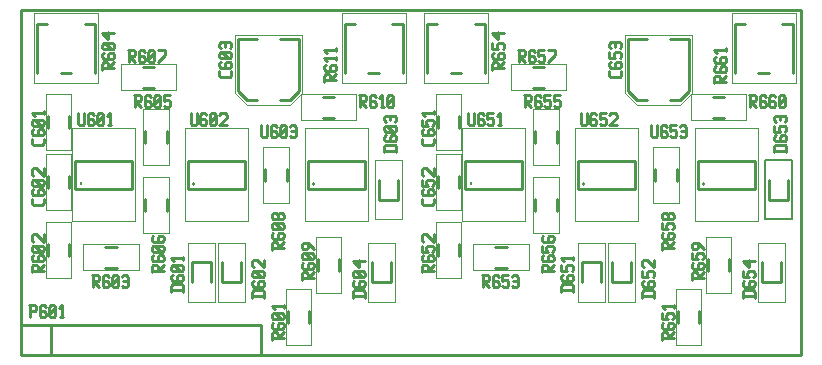
<source format=gto>
G04 start of page 8 for group -4079 idx -4079 *
G04 Title: 26.006.02.01.01, topsilk *
G04 Creator: pcb 4.1.2 *
G04 CreationDate: Fri Aug 10 20:06:24 2018 UTC *
G04 For: bert *
G04 Format: Gerber/RS-274X *
G04 PCB-Dimensions (mil): 2600.00 1150.00 *
G04 PCB-Coordinate-Origin: lower left *
%MOIN*%
%FSLAX25Y25*%
%LNGTO*%
%ADD40C,0.0050*%
%ADD39C,0.0000*%
%ADD38C,0.0100*%
G54D38*X0Y0D02*X260000D01*
Y115000D01*
X0D01*
Y0D01*
G54D39*X94500Y75500D02*Y44500D01*
Y75500D02*X115500D01*
Y44500D01*
X94500D02*X115500D01*
G54D38*X95500Y64724D02*Y55276D01*
Y64724D02*X114500D01*
Y55276D01*
X95500D02*X114500D01*
X97500Y56900D02*G75*G03X97500Y56900I0J100D01*G01*
G54D39*X80707Y69274D02*X89293D01*
X80707Y50726D02*X89293D01*
Y69274D02*Y50726D01*
X80707Y69274D02*Y50726D01*
G54D38*X88543Y61968D02*Y58032D01*
X81457Y61968D02*Y58032D01*
G54D39*X98207Y39274D02*X106793D01*
X98207Y20726D02*X106793D01*
Y39274D02*Y20726D01*
X98207Y39274D02*Y20726D01*
G54D38*X106043Y31968D02*Y28032D01*
X98957Y31968D02*Y28032D01*
G54D39*X138207Y44274D02*X146793D01*
X138207Y25726D02*X146793D01*
Y44274D02*Y25726D01*
X138207Y44274D02*Y25726D01*
G54D38*X146043Y36968D02*Y33032D01*
X138957Y36968D02*Y33032D01*
G54D39*X138207Y86774D02*X146793D01*
X138207Y68226D02*X146793D01*
Y86774D02*Y68226D01*
X138207Y86774D02*Y68226D01*
G54D38*X146043Y79468D02*Y75532D01*
X138957Y79468D02*Y75532D01*
G54D39*X138207Y48226D02*X146793D01*
X138207Y66774D02*X146793D01*
X138207D02*Y48226D01*
X146793Y66774D02*Y48226D01*
G54D38*X138957Y59468D02*Y55532D01*
X146043Y59468D02*Y55532D01*
G54D39*X88207Y21774D02*X96793D01*
X88207Y3226D02*X96793D01*
Y21774D02*Y3226D01*
X88207Y21774D02*Y3226D01*
G54D38*X96043Y14468D02*Y10532D01*
X88957Y14468D02*Y10532D01*
G54D39*X127027Y64842D02*Y45158D01*
X117973Y64842D02*Y45158D01*
Y64842D02*X127027D01*
X117973Y45158D02*X127027D01*
G54D38*X119351Y51654D02*X125649D01*
X119351Y58346D02*Y51654D01*
X125649Y58346D02*Y51654D01*
G54D39*X124527Y37342D02*Y17658D01*
X115473Y37342D02*Y17658D01*
Y37342D02*X124527D01*
X115473Y17658D02*X124527D01*
G54D38*X116851Y24154D02*X123149D01*
X116851Y30846D02*Y24154D01*
X123149Y30846D02*Y24154D01*
G54D39*X128145Y90733D02*X106855D01*
Y113767D02*X128145D01*
Y90733D01*
X106855Y113767D02*Y90733D01*
G54D38*X119300Y93839D02*X115700D01*
X127145Y110374D02*X123700D01*
X107855D02*X111300D01*
X127145D02*Y93839D01*
X107855Y110374D02*Y93839D01*
G54D39*X210707Y69274D02*X219293D01*
X210707Y50726D02*X219293D01*
Y69274D02*Y50726D01*
X210707Y69274D02*Y50726D01*
G54D38*X218543Y61968D02*Y58032D01*
X211457Y61968D02*Y58032D01*
G54D40*X257027Y64842D02*Y45158D01*
X247973Y64842D02*Y45158D01*
Y64842D02*X257027D01*
X247973Y45158D02*X257027D01*
G54D38*X249351Y51654D02*X255649D01*
X249351Y58346D02*Y51654D01*
X255649Y58346D02*Y51654D01*
G54D39*X224500Y75500D02*Y44500D01*
Y75500D02*X245500D01*
Y44500D01*
X224500D02*X245500D01*
G54D38*X225500Y64724D02*Y55276D01*
Y64724D02*X244500D01*
Y55276D01*
X225500D02*X244500D01*
X227500Y56900D02*G75*G03X227500Y56900I0J100D01*G01*
G54D39*X170707Y81774D02*X179293D01*
X170707Y63226D02*X179293D01*
Y81774D02*Y63226D01*
X170707Y81774D02*Y63226D01*
G54D38*X178543Y74468D02*Y70532D01*
X171457Y74468D02*Y70532D01*
G54D39*X181774Y88207D02*Y96793D01*
X163226Y88207D02*Y96793D01*
Y88207D02*X181774D01*
X163226Y96793D02*X181774D01*
G54D38*X170532Y88957D02*X174468D01*
X170532Y96043D02*X174468D01*
G54D39*X155645Y90733D02*X134355D01*
Y113767D02*X155645D01*
Y90733D01*
X134355Y113767D02*Y90733D01*
G54D38*X146800Y93839D02*X143200D01*
X154645Y110374D02*X151200D01*
X135355D02*X138800D01*
X154645D02*Y93839D01*
X135355Y110374D02*Y93839D01*
G54D39*X218207Y21774D02*X226793D01*
X218207Y3226D02*X226793D01*
Y21774D02*Y3226D01*
X218207Y21774D02*Y3226D01*
G54D38*X226043Y14468D02*Y10532D01*
X218957Y14468D02*Y10532D01*
G54D39*X228207Y39274D02*X236793D01*
X228207Y20726D02*X236793D01*
Y39274D02*Y20726D01*
X228207Y39274D02*Y20726D01*
G54D38*X236043Y31968D02*Y28032D01*
X228957Y31968D02*Y28032D01*
G54D39*X254527Y37342D02*Y17658D01*
X245473Y37342D02*Y17658D01*
Y37342D02*X254527D01*
X245473Y17658D02*X254527D01*
G54D38*X246851Y24154D02*X253149D01*
X246851Y30846D02*Y24154D01*
X253149Y30846D02*Y24154D01*
G54D39*X169274Y28207D02*Y36793D01*
X150726Y28207D02*Y36793D01*
Y28207D02*X169274D01*
X150726Y36793D02*X169274D01*
G54D38*X158032Y28957D02*X161968D01*
X158032Y36043D02*X161968D01*
G54D39*X170707Y59274D02*X179293D01*
X170707Y40726D02*X179293D01*
Y59274D02*Y40726D01*
X170707Y59274D02*Y40726D01*
G54D38*X178543Y51968D02*Y48032D01*
X171457Y51968D02*Y48032D01*
G54D39*X204527Y37342D02*Y17658D01*
X195473Y37342D02*Y17658D01*
Y37342D02*X204527D01*
X195473Y17658D02*X204527D01*
G54D38*X196851Y24154D02*X203149D01*
X196851Y30846D02*Y24154D01*
X203149Y30846D02*Y24154D01*
G54D39*X185473Y37342D02*Y17658D01*
X194527Y37342D02*Y17658D01*
X185473D02*X194527D01*
X185473Y37342D02*X194527D01*
G54D38*X186851Y30846D02*X193149D01*
Y24154D01*
X186851Y30846D02*Y24154D01*
G54D39*X184500Y75500D02*Y44500D01*
Y75500D02*X205500D01*
Y44500D01*
X184500D02*X205500D01*
G54D38*X185500Y64724D02*Y55276D01*
Y64724D02*X204500D01*
Y55276D01*
X185500D02*X204500D01*
X187500Y56900D02*G75*G03X187500Y56900I0J100D01*G01*
G54D39*X258145Y90733D02*X236855D01*
Y113767D02*X258145D01*
Y90733D01*
X236855Y113767D02*Y90733D01*
G54D38*X249300Y93839D02*X245700D01*
X257145Y110374D02*X253700D01*
X237855D02*X241300D01*
X257145D02*Y93839D01*
X237855Y110374D02*Y93839D01*
G54D39*X201342Y87342D02*X205342Y83342D01*
X201342Y106658D02*Y87342D01*
X223658D02*X219658Y83342D01*
X223658Y106658D02*Y87342D01*
X205342Y83342D02*X219658D01*
X201342Y106658D02*X223658D01*
G54D38*X216374Y84842D02*X219658D01*
X222658Y87842D02*X219658Y84842D01*
X222658Y105158D02*Y87842D01*
X216374Y105158D02*X222658D01*
X205342Y84842D02*X208626D01*
X202342Y87842D02*X205342Y84842D01*
X202342Y105158D02*Y87842D01*
Y105158D02*X208626D01*
G54D39*X223226Y86793D02*Y78207D01*
X241774Y86793D02*Y78207D01*
X223226Y86793D02*X241774D01*
X223226Y78207D02*X241774D01*
G54D38*X230532Y86043D02*X234468D01*
X230532Y78957D02*X234468D01*
G54D39*X147000Y75500D02*Y44500D01*
Y75500D02*X168000D01*
Y44500D01*
X147000D02*X168000D01*
G54D38*X148000Y64724D02*Y55276D01*
Y64724D02*X167000D01*
Y55276D01*
X148000D02*X167000D01*
X150000Y56900D02*G75*G03X150000Y56900I0J100D01*G01*
G54D39*X54500Y75500D02*Y44500D01*
Y75500D02*X75500D01*
Y44500D01*
X54500D02*X75500D01*
G54D38*X55500Y64724D02*Y55276D01*
Y64724D02*X74500D01*
Y55276D01*
X55500D02*X74500D01*
X57500Y56900D02*G75*G03X57500Y56900I0J100D01*G01*
G54D39*X8207Y48226D02*X16793D01*
X8207Y66774D02*X16793D01*
X8207D02*Y48226D01*
X16793Y66774D02*Y48226D01*
G54D38*X8957Y59468D02*Y55532D01*
X16043Y59468D02*Y55532D01*
G54D39*X17000Y75500D02*Y44500D01*
Y75500D02*X38000D01*
Y44500D01*
X17000D02*X38000D01*
G54D38*X18000Y64724D02*Y55276D01*
Y64724D02*X37000D01*
Y55276D01*
X18000D02*X37000D01*
X20000Y56900D02*G75*G03X20000Y56900I0J100D01*G01*
G54D39*X8207Y86774D02*X16793D01*
X8207Y68226D02*X16793D01*
Y86774D02*Y68226D01*
X8207Y86774D02*Y68226D01*
G54D38*X16043Y79468D02*Y75532D01*
X8957Y79468D02*Y75532D01*
G54D39*X71342Y87342D02*X75342Y83342D01*
X71342Y106658D02*Y87342D01*
X93658D02*X89658Y83342D01*
X93658Y106658D02*Y87342D01*
X75342Y83342D02*X89658D01*
X71342Y106658D02*X93658D01*
G54D38*X86374Y84842D02*X89658D01*
X92658Y87842D02*X89658Y84842D01*
X92658Y105158D02*Y87842D01*
X86374Y105158D02*X92658D01*
X75342Y84842D02*X78626D01*
X72342Y87842D02*X75342Y84842D01*
X72342Y105158D02*Y87842D01*
Y105158D02*X78626D01*
G54D39*X93226Y86793D02*Y78207D01*
X111774Y86793D02*Y78207D01*
X93226Y86793D02*X111774D01*
X93226Y78207D02*X111774D01*
G54D38*X100532Y86043D02*X104468D01*
X100532Y78957D02*X104468D01*
G54D39*X51774Y88207D02*Y96793D01*
X33226Y88207D02*Y96793D01*
Y88207D02*X51774D01*
X33226Y96793D02*X51774D01*
G54D38*X40532Y88957D02*X44468D01*
X40532Y96043D02*X44468D01*
G54D39*X40707Y81774D02*X49293D01*
X40707Y63226D02*X49293D01*
Y81774D02*Y63226D01*
X40707Y81774D02*Y63226D01*
G54D38*X48543Y74468D02*Y70532D01*
X41457Y74468D02*Y70532D01*
G54D39*X25645Y90733D02*X4355D01*
Y113767D02*X25645D01*
Y90733D01*
X4355Y113767D02*Y90733D01*
G54D38*X16800Y93839D02*X13200D01*
X24645Y110374D02*X21200D01*
X5355D02*X8800D01*
X24645D02*Y93839D01*
X5355Y110374D02*Y93839D01*
X0Y10000D02*Y0D01*
X10000Y10000D02*Y0D01*
X0D02*X80000D01*
X0Y10000D02*X80000D01*
Y0D01*
G54D39*X40707Y59274D02*X49293D01*
X40707Y40726D02*X49293D01*
Y59274D02*Y40726D01*
X40707Y59274D02*Y40726D01*
G54D38*X48543Y51968D02*Y48032D01*
X41457Y51968D02*Y48032D01*
G54D39*X39274Y28207D02*Y36793D01*
X20726Y28207D02*Y36793D01*
Y28207D02*X39274D01*
X20726Y36793D02*X39274D01*
G54D38*X28032Y28957D02*X31968D01*
X28032Y36043D02*X31968D01*
G54D39*X8207Y44274D02*X16793D01*
X8207Y25726D02*X16793D01*
Y44274D02*Y25726D01*
X8207Y44274D02*Y25726D01*
G54D38*X16043Y36968D02*Y33032D01*
X8957Y36968D02*Y33032D01*
G54D39*X74527Y37342D02*Y17658D01*
X65473Y37342D02*Y17658D01*
Y37342D02*X74527D01*
X65473Y17658D02*X74527D01*
G54D38*X66851Y24154D02*X73149D01*
X66851Y30846D02*Y24154D01*
X73149Y30846D02*Y24154D01*
G54D39*X55473Y37342D02*Y17658D01*
X64527Y37342D02*Y17658D01*
X55473D02*X64527D01*
X55473Y37342D02*X64527D01*
G54D38*X56851Y30846D02*X63149D01*
Y24154D01*
X56851Y30846D02*Y24154D01*
X80000Y76500D02*Y73000D01*
X80500Y72500D01*
X81500D01*
X82000Y73000D01*
Y76500D02*Y73000D01*
X84700Y76500D02*X85200Y76000D01*
X83700Y76500D02*X84700D01*
X83200Y76000D02*X83700Y76500D01*
X83200Y76000D02*Y73000D01*
X83700Y72500D01*
X84700Y74500D02*X85200Y74000D01*
X83200Y74500D02*X84700D01*
X83700Y72500D02*X84700D01*
X85200Y73000D01*
Y74000D02*Y73000D01*
X86400D02*X86900Y72500D01*
X86400Y76000D02*Y73000D01*
Y76000D02*X86900Y76500D01*
X87900D01*
X88400Y76000D01*
Y73000D01*
X87900Y72500D02*X88400Y73000D01*
X86900Y72500D02*X87900D01*
X86400Y73500D02*X88400Y75500D01*
X89600Y76000D02*X90100Y76500D01*
X91100D01*
X91600Y76000D01*
Y73000D01*
X91100Y72500D02*X91600Y73000D01*
X90100Y72500D02*X91100D01*
X89600Y73000D02*X90100Y72500D01*
Y74500D02*X91600D01*
X83500Y37000D02*Y35000D01*
Y37000D02*X84000Y37500D01*
X85000D01*
X85500Y37000D02*X85000Y37500D01*
X85500Y37000D02*Y35500D01*
X83500D02*X87500D01*
X85500D02*X87500Y37500D01*
X83500Y40200D02*X84000Y40700D01*
X83500Y40200D02*Y39200D01*
X84000Y38700D02*X83500Y39200D01*
X84000Y38700D02*X87000D01*
X87500Y39200D01*
X85500Y40200D02*X86000Y40700D01*
X85500Y40200D02*Y38700D01*
X87500Y40200D02*Y39200D01*
Y40200D02*X87000Y40700D01*
X86000D02*X87000D01*
Y41900D02*X87500Y42400D01*
X84000Y41900D02*X87000D01*
X84000D02*X83500Y42400D01*
Y43400D02*Y42400D01*
Y43400D02*X84000Y43900D01*
X87000D01*
X87500Y43400D02*X87000Y43900D01*
X87500Y43400D02*Y42400D01*
X86500Y41900D02*X84500Y43900D01*
X87000Y45100D02*X87500Y45600D01*
X86000Y45100D02*X87000D01*
X86000D02*X85500Y45600D01*
Y46600D02*Y45600D01*
Y46600D02*X86000Y47100D01*
X87000D01*
X87500Y46600D02*X87000Y47100D01*
X87500Y46600D02*Y45600D01*
X85000Y45100D02*X85500Y45600D01*
X84000Y45100D02*X85000D01*
X84000D02*X83500Y45600D01*
Y46600D02*Y45600D01*
Y46600D02*X84000Y47100D01*
X85000D01*
X85500Y46600D02*X85000Y47100D01*
X93500Y27000D02*Y25000D01*
Y27000D02*X94000Y27500D01*
X95000D01*
X95500Y27000D02*X95000Y27500D01*
X95500Y27000D02*Y25500D01*
X93500D02*X97500D01*
X95500D02*X97500Y27500D01*
X93500Y30200D02*X94000Y30700D01*
X93500Y30200D02*Y29200D01*
X94000Y28700D02*X93500Y29200D01*
X94000Y28700D02*X97000D01*
X97500Y29200D01*
X95500Y30200D02*X96000Y30700D01*
X95500Y30200D02*Y28700D01*
X97500Y30200D02*Y29200D01*
Y30200D02*X97000Y30700D01*
X96000D02*X97000D01*
Y31900D02*X97500Y32400D01*
X94000Y31900D02*X97000D01*
X94000D02*X93500Y32400D01*
Y33400D02*Y32400D01*
Y33400D02*X94000Y33900D01*
X97000D01*
X97500Y33400D02*X97000Y33900D01*
X97500Y33400D02*Y32400D01*
X96500Y31900D02*X94500Y33900D01*
X97500Y35100D02*X95500Y37100D01*
X94000D02*X95500D01*
X93500Y36600D02*X94000Y37100D01*
X93500Y36600D02*Y35600D01*
X94000Y35100D02*X93500Y35600D01*
X94000Y35100D02*X95000D01*
X95500Y35600D01*
Y37100D02*Y35600D01*
X101000Y93000D02*Y91000D01*
Y93000D02*X101500Y93500D01*
X102500D01*
X103000Y93000D02*X102500Y93500D01*
X103000Y93000D02*Y91500D01*
X101000D02*X105000D01*
X103000D02*X105000Y93500D01*
X101000Y96200D02*X101500Y96700D01*
X101000Y96200D02*Y95200D01*
X101500Y94700D02*X101000Y95200D01*
X101500Y94700D02*X104500D01*
X105000Y95200D01*
X103000Y96200D02*X103500Y96700D01*
X103000Y96200D02*Y94700D01*
X105000Y96200D02*Y95200D01*
Y96200D02*X104500Y96700D01*
X103500D02*X104500D01*
X105000Y99400D02*Y98400D01*
X101000Y98900D02*X105000D01*
X102000Y97900D02*X101000Y98900D01*
X105000Y102100D02*Y101100D01*
X101000Y101600D02*X105000D01*
X102000Y100600D02*X101000Y101600D01*
X133500Y29500D02*Y27500D01*
Y29500D02*X134000Y30000D01*
X135000D01*
X135500Y29500D02*X135000Y30000D01*
X135500Y29500D02*Y28000D01*
X133500D02*X137500D01*
X135500D02*X137500Y30000D01*
X133500Y32700D02*X134000Y33200D01*
X133500Y32700D02*Y31700D01*
X134000Y31200D02*X133500Y31700D01*
X134000Y31200D02*X137000D01*
X137500Y31700D01*
X135500Y32700D02*X136000Y33200D01*
X135500Y32700D02*Y31200D01*
X137500Y32700D02*Y31700D01*
Y32700D02*X137000Y33200D01*
X136000D02*X137000D01*
X133500Y36400D02*Y34400D01*
X135500D01*
X135000Y34900D01*
Y35900D02*Y34900D01*
Y35900D02*X135500Y36400D01*
X137000D01*
X137500Y35900D02*X137000Y36400D01*
X137500Y35900D02*Y34900D01*
X137000Y34400D02*X137500Y34900D01*
X134000Y37600D02*X133500Y38100D01*
Y39600D02*Y38100D01*
Y39600D02*X134000Y40100D01*
X135000D01*
X137500Y37600D02*X135000Y40100D01*
X137500D02*Y37600D01*
Y72000D02*Y70500D01*
X137000Y70000D02*X137500Y70500D01*
X134000Y70000D02*X137000D01*
X134000D02*X133500Y70500D01*
Y72000D02*Y70500D01*
Y74700D02*X134000Y75200D01*
X133500Y74700D02*Y73700D01*
X134000Y73200D02*X133500Y73700D01*
X134000Y73200D02*X137000D01*
X137500Y73700D01*
X135500Y74700D02*X136000Y75200D01*
X135500Y74700D02*Y73200D01*
X137500Y74700D02*Y73700D01*
Y74700D02*X137000Y75200D01*
X136000D02*X137000D01*
X133500Y78400D02*Y76400D01*
X135500D01*
X135000Y76900D01*
Y77900D02*Y76900D01*
Y77900D02*X135500Y78400D01*
X137000D01*
X137500Y77900D02*X137000Y78400D01*
X137500Y77900D02*Y76900D01*
X137000Y76400D02*X137500Y76900D01*
Y81100D02*Y80100D01*
X133500Y80600D02*X137500D01*
X134500Y79600D02*X133500Y80600D01*
X137500Y52000D02*Y50500D01*
X137000Y50000D02*X137500Y50500D01*
X134000Y50000D02*X137000D01*
X134000D02*X133500Y50500D01*
Y52000D02*Y50500D01*
Y54700D02*X134000Y55200D01*
X133500Y54700D02*Y53700D01*
X134000Y53200D02*X133500Y53700D01*
X134000Y53200D02*X137000D01*
X137500Y53700D01*
X135500Y54700D02*X136000Y55200D01*
X135500Y54700D02*Y53200D01*
X137500Y54700D02*Y53700D01*
Y54700D02*X137000Y55200D01*
X136000D02*X137000D01*
X133500Y58400D02*Y56400D01*
X135500D01*
X135000Y56900D01*
Y57900D02*Y56900D01*
Y57900D02*X135500Y58400D01*
X137000D01*
X137500Y57900D02*X137000Y58400D01*
X137500Y57900D02*Y56900D01*
X137000Y56400D02*X137500Y56900D01*
X134000Y59600D02*X133500Y60100D01*
Y61600D02*Y60100D01*
Y61600D02*X134000Y62100D01*
X135000D01*
X137500Y59600D02*X135000Y62100D01*
X137500D02*Y59600D01*
X112500Y86500D02*X114500D01*
X115000Y86000D01*
Y85000D01*
X114500Y84500D02*X115000Y85000D01*
X113000Y84500D02*X114500D01*
X113000Y86500D02*Y82500D01*
Y84500D02*X115000Y82500D01*
X117700Y86500D02*X118200Y86000D01*
X116700Y86500D02*X117700D01*
X116200Y86000D02*X116700Y86500D01*
X116200Y86000D02*Y83000D01*
X116700Y82500D01*
X117700Y84500D02*X118200Y84000D01*
X116200Y84500D02*X117700D01*
X116700Y82500D02*X117700D01*
X118200Y83000D01*
Y84000D02*Y83000D01*
X119900Y82500D02*X120900D01*
X120400Y86500D02*Y82500D01*
X119400Y85500D02*X120400Y86500D01*
X122100Y83000D02*X122600Y82500D01*
X122100Y86000D02*Y83000D01*
Y86000D02*X122600Y86500D01*
X123600D01*
X124100Y86000D01*
Y83000D01*
X123600Y82500D02*X124100Y83000D01*
X122600Y82500D02*X123600D01*
X122100Y83500D02*X124100Y85500D01*
X121000Y68000D02*X125000D01*
X121000Y69500D02*X121500Y70000D01*
X124500D01*
X125000Y69500D02*X124500Y70000D01*
X125000Y69500D02*Y67500D01*
X121000Y69500D02*Y67500D01*
Y72700D02*X121500Y73200D01*
X121000Y72700D02*Y71700D01*
X121500Y71200D02*X121000Y71700D01*
X121500Y71200D02*X124500D01*
X125000Y71700D01*
X123000Y72700D02*X123500Y73200D01*
X123000Y72700D02*Y71200D01*
X125000Y72700D02*Y71700D01*
Y72700D02*X124500Y73200D01*
X123500D02*X124500D01*
Y74400D02*X125000Y74900D01*
X121500Y74400D02*X124500D01*
X121500D02*X121000Y74900D01*
Y75900D02*Y74900D01*
Y75900D02*X121500Y76400D01*
X124500D01*
X125000Y75900D02*X124500Y76400D01*
X125000Y75900D02*Y74900D01*
X124000Y74400D02*X122000Y76400D01*
X121500Y77600D02*X121000Y78100D01*
Y79100D02*Y78100D01*
Y79100D02*X121500Y79600D01*
X124500D01*
X125000Y79100D02*X124500Y79600D01*
X125000Y79100D02*Y78100D01*
X124500Y77600D02*X125000Y78100D01*
X123000Y79600D02*Y78100D01*
X83500Y7000D02*Y5000D01*
Y7000D02*X84000Y7500D01*
X85000D01*
X85500Y7000D02*X85000Y7500D01*
X85500Y7000D02*Y5500D01*
X83500D02*X87500D01*
X85500D02*X87500Y7500D01*
X83500Y10200D02*X84000Y10700D01*
X83500Y10200D02*Y9200D01*
X84000Y8700D02*X83500Y9200D01*
X84000Y8700D02*X87000D01*
X87500Y9200D01*
X85500Y10200D02*X86000Y10700D01*
X85500Y10200D02*Y8700D01*
X87500Y10200D02*Y9200D01*
Y10200D02*X87000Y10700D01*
X86000D02*X87000D01*
Y11900D02*X87500Y12400D01*
X84000Y11900D02*X87000D01*
X84000D02*X83500Y12400D01*
Y13400D02*Y12400D01*
Y13400D02*X84000Y13900D01*
X87000D01*
X87500Y13400D02*X87000Y13900D01*
X87500Y13400D02*Y12400D01*
X86500Y11900D02*X84500Y13900D01*
X87500Y16600D02*Y15600D01*
X83500Y16100D02*X87500D01*
X84500Y15100D02*X83500Y16100D01*
X110500Y19500D02*X114500D01*
X110500Y21000D02*X111000Y21500D01*
X114000D01*
X114500Y21000D02*X114000Y21500D01*
X114500Y21000D02*Y19000D01*
X110500Y21000D02*Y19000D01*
Y24200D02*X111000Y24700D01*
X110500Y24200D02*Y23200D01*
X111000Y22700D02*X110500Y23200D01*
X111000Y22700D02*X114000D01*
X114500Y23200D01*
X112500Y24200D02*X113000Y24700D01*
X112500Y24200D02*Y22700D01*
X114500Y24200D02*Y23200D01*
Y24200D02*X114000Y24700D01*
X113000D02*X114000D01*
Y25900D02*X114500Y26400D01*
X111000Y25900D02*X114000D01*
X111000D02*X110500Y26400D01*
Y27400D02*Y26400D01*
Y27400D02*X111000Y27900D01*
X114000D01*
X114500Y27400D02*X114000Y27900D01*
X114500Y27400D02*Y26400D01*
X113500Y25900D02*X111500Y27900D01*
X112500Y29100D02*X110500Y31100D01*
X112500Y31600D02*Y29100D01*
X110500Y31100D02*X114500D01*
X77000Y19500D02*X81000D01*
X77000Y21000D02*X77500Y21500D01*
X80500D01*
X81000Y21000D02*X80500Y21500D01*
X81000Y21000D02*Y19000D01*
X77000Y21000D02*Y19000D01*
Y24200D02*X77500Y24700D01*
X77000Y24200D02*Y23200D01*
X77500Y22700D02*X77000Y23200D01*
X77500Y22700D02*X80500D01*
X81000Y23200D01*
X79000Y24200D02*X79500Y24700D01*
X79000Y24200D02*Y22700D01*
X81000Y24200D02*Y23200D01*
Y24200D02*X80500Y24700D01*
X79500D02*X80500D01*
Y25900D02*X81000Y26400D01*
X77500Y25900D02*X80500D01*
X77500D02*X77000Y26400D01*
Y27400D02*Y26400D01*
Y27400D02*X77500Y27900D01*
X80500D01*
X81000Y27400D02*X80500Y27900D01*
X81000Y27400D02*Y26400D01*
X80000Y25900D02*X78000Y27900D01*
X77500Y29100D02*X77000Y29600D01*
Y31100D02*Y29600D01*
Y31100D02*X77500Y31600D01*
X78500D01*
X81000Y29100D02*X78500Y31600D01*
X81000D02*Y29100D01*
X213500Y37000D02*Y35000D01*
Y37000D02*X214000Y37500D01*
X215000D01*
X215500Y37000D02*X215000Y37500D01*
X215500Y37000D02*Y35500D01*
X213500D02*X217500D01*
X215500D02*X217500Y37500D01*
X213500Y40200D02*X214000Y40700D01*
X213500Y40200D02*Y39200D01*
X214000Y38700D02*X213500Y39200D01*
X214000Y38700D02*X217000D01*
X217500Y39200D01*
X215500Y40200D02*X216000Y40700D01*
X215500Y40200D02*Y38700D01*
X217500Y40200D02*Y39200D01*
Y40200D02*X217000Y40700D01*
X216000D02*X217000D01*
X213500Y43900D02*Y41900D01*
X215500D01*
X215000Y42400D01*
Y43400D02*Y42400D01*
Y43400D02*X215500Y43900D01*
X217000D01*
X217500Y43400D02*X217000Y43900D01*
X217500Y43400D02*Y42400D01*
X217000Y41900D02*X217500Y42400D01*
X217000Y45100D02*X217500Y45600D01*
X216000Y45100D02*X217000D01*
X216000D02*X215500Y45600D01*
Y46600D02*Y45600D01*
Y46600D02*X216000Y47100D01*
X217000D01*
X217500Y46600D02*X217000Y47100D01*
X217500Y46600D02*Y45600D01*
X215000Y45100D02*X215500Y45600D01*
X214000Y45100D02*X215000D01*
X214000D02*X213500Y45600D01*
Y46600D02*Y45600D01*
Y46600D02*X214000Y47100D01*
X215000D01*
X215500Y46600D02*X215000Y47100D01*
X223500Y27000D02*Y25000D01*
Y27000D02*X224000Y27500D01*
X225000D01*
X225500Y27000D02*X225000Y27500D01*
X225500Y27000D02*Y25500D01*
X223500D02*X227500D01*
X225500D02*X227500Y27500D01*
X223500Y30200D02*X224000Y30700D01*
X223500Y30200D02*Y29200D01*
X224000Y28700D02*X223500Y29200D01*
X224000Y28700D02*X227000D01*
X227500Y29200D01*
X225500Y30200D02*X226000Y30700D01*
X225500Y30200D02*Y28700D01*
X227500Y30200D02*Y29200D01*
Y30200D02*X227000Y30700D01*
X226000D02*X227000D01*
X223500Y33900D02*Y31900D01*
X225500D01*
X225000Y32400D01*
Y33400D02*Y32400D01*
Y33400D02*X225500Y33900D01*
X227000D01*
X227500Y33400D02*X227000Y33900D01*
X227500Y33400D02*Y32400D01*
X227000Y31900D02*X227500Y32400D01*
Y35100D02*X225500Y37100D01*
X224000D02*X225500D01*
X223500Y36600D02*X224000Y37100D01*
X223500Y36600D02*Y35600D01*
X224000Y35100D02*X223500Y35600D01*
X224000Y35100D02*X225000D01*
X225500Y35600D01*
Y37100D02*Y35600D01*
X240500Y19500D02*X244500D01*
X240500Y21000D02*X241000Y21500D01*
X244000D01*
X244500Y21000D02*X244000Y21500D01*
X244500Y21000D02*Y19000D01*
X240500Y21000D02*Y19000D01*
Y24200D02*X241000Y24700D01*
X240500Y24200D02*Y23200D01*
X241000Y22700D02*X240500Y23200D01*
X241000Y22700D02*X244000D01*
X244500Y23200D01*
X242500Y24200D02*X243000Y24700D01*
X242500Y24200D02*Y22700D01*
X244500Y24200D02*Y23200D01*
Y24200D02*X244000Y24700D01*
X243000D02*X244000D01*
X240500Y27900D02*Y25900D01*
X242500D01*
X242000Y26400D01*
Y27400D02*Y26400D01*
Y27400D02*X242500Y27900D01*
X244000D01*
X244500Y27400D02*X244000Y27900D01*
X244500Y27400D02*Y26400D01*
X244000Y25900D02*X244500Y26400D01*
X242500Y29100D02*X240500Y31100D01*
X242500Y31600D02*Y29100D01*
X240500Y31100D02*X244500D01*
X213500Y7000D02*Y5000D01*
Y7000D02*X214000Y7500D01*
X215000D01*
X215500Y7000D02*X215000Y7500D01*
X215500Y7000D02*Y5500D01*
X213500D02*X217500D01*
X215500D02*X217500Y7500D01*
X213500Y10200D02*X214000Y10700D01*
X213500Y10200D02*Y9200D01*
X214000Y8700D02*X213500Y9200D01*
X214000Y8700D02*X217000D01*
X217500Y9200D01*
X215500Y10200D02*X216000Y10700D01*
X215500Y10200D02*Y8700D01*
X217500Y10200D02*Y9200D01*
Y10200D02*X217000Y10700D01*
X216000D02*X217000D01*
X213500Y13900D02*Y11900D01*
X215500D01*
X215000Y12400D01*
Y13400D02*Y12400D01*
Y13400D02*X215500Y13900D01*
X217000D01*
X217500Y13400D02*X217000Y13900D01*
X217500Y13400D02*Y12400D01*
X217000Y11900D02*X217500Y12400D01*
Y16600D02*Y15600D01*
X213500Y16100D02*X217500D01*
X214500Y15100D02*X213500Y16100D01*
X207000Y19500D02*X211000D01*
X207000Y21000D02*X207500Y21500D01*
X210500D01*
X211000Y21000D02*X210500Y21500D01*
X211000Y21000D02*Y19000D01*
X207000Y21000D02*Y19000D01*
Y24200D02*X207500Y24700D01*
X207000Y24200D02*Y23200D01*
X207500Y22700D02*X207000Y23200D01*
X207500Y22700D02*X210500D01*
X211000Y23200D01*
X209000Y24200D02*X209500Y24700D01*
X209000Y24200D02*Y22700D01*
X211000Y24200D02*Y23200D01*
Y24200D02*X210500Y24700D01*
X209500D02*X210500D01*
X207000Y27900D02*Y25900D01*
X209000D01*
X208500Y26400D01*
Y27400D02*Y26400D01*
Y27400D02*X209000Y27900D01*
X210500D01*
X211000Y27400D02*X210500Y27900D01*
X211000Y27400D02*Y26400D01*
X210500Y25900D02*X211000Y26400D01*
X207500Y29100D02*X207000Y29600D01*
Y31100D02*Y29600D01*
Y31100D02*X207500Y31600D01*
X208500D01*
X211000Y29100D02*X208500Y31600D01*
X211000D02*Y29100D01*
X251000Y68000D02*X255000D01*
X251000Y69500D02*X251500Y70000D01*
X254500D01*
X255000Y69500D02*X254500Y70000D01*
X255000Y69500D02*Y67500D01*
X251000Y69500D02*Y67500D01*
Y72700D02*X251500Y73200D01*
X251000Y72700D02*Y71700D01*
X251500Y71200D02*X251000Y71700D01*
X251500Y71200D02*X254500D01*
X255000Y71700D01*
X253000Y72700D02*X253500Y73200D01*
X253000Y72700D02*Y71200D01*
X255000Y72700D02*Y71700D01*
Y72700D02*X254500Y73200D01*
X253500D02*X254500D01*
X251000Y76400D02*Y74400D01*
X253000D01*
X252500Y74900D01*
Y75900D02*Y74900D01*
Y75900D02*X253000Y76400D01*
X254500D01*
X255000Y75900D02*X254500Y76400D01*
X255000Y75900D02*Y74900D01*
X254500Y74400D02*X255000Y74900D01*
X251500Y77600D02*X251000Y78100D01*
Y79100D02*Y78100D01*
Y79100D02*X251500Y79600D01*
X254500D01*
X255000Y79100D02*X254500Y79600D01*
X255000Y79100D02*Y78100D01*
X254500Y77600D02*X255000Y78100D01*
X253000Y79600D02*Y78100D01*
X231000Y92500D02*Y90500D01*
Y92500D02*X231500Y93000D01*
X232500D01*
X233000Y92500D02*X232500Y93000D01*
X233000Y92500D02*Y91000D01*
X231000D02*X235000D01*
X233000D02*X235000Y93000D01*
X231000Y95700D02*X231500Y96200D01*
X231000Y95700D02*Y94700D01*
X231500Y94200D02*X231000Y94700D01*
X231500Y94200D02*X234500D01*
X235000Y94700D01*
X233000Y95700D02*X233500Y96200D01*
X233000Y95700D02*Y94200D01*
X235000Y95700D02*Y94700D01*
Y95700D02*X234500Y96200D01*
X233500D02*X234500D01*
X231000Y98900D02*X231500Y99400D01*
X231000Y98900D02*Y97900D01*
X231500Y97400D02*X231000Y97900D01*
X231500Y97400D02*X234500D01*
X235000Y97900D01*
X233000Y98900D02*X233500Y99400D01*
X233000Y98900D02*Y97400D01*
X235000Y98900D02*Y97900D01*
Y98900D02*X234500Y99400D01*
X233500D02*X234500D01*
X235000Y102100D02*Y101100D01*
X231000Y101600D02*X235000D01*
X232000Y100600D02*X231000Y101600D01*
X242500Y86500D02*X244500D01*
X245000Y86000D01*
Y85000D01*
X244500Y84500D02*X245000Y85000D01*
X243000Y84500D02*X244500D01*
X243000Y86500D02*Y82500D01*
Y84500D02*X245000Y82500D01*
X247700Y86500D02*X248200Y86000D01*
X246700Y86500D02*X247700D01*
X246200Y86000D02*X246700Y86500D01*
X246200Y86000D02*Y83000D01*
X246700Y82500D01*
X247700Y84500D02*X248200Y84000D01*
X246200Y84500D02*X247700D01*
X246700Y82500D02*X247700D01*
X248200Y83000D01*
Y84000D02*Y83000D01*
X250900Y86500D02*X251400Y86000D01*
X249900Y86500D02*X250900D01*
X249400Y86000D02*X249900Y86500D01*
X249400Y86000D02*Y83000D01*
X249900Y82500D01*
X250900Y84500D02*X251400Y84000D01*
X249400Y84500D02*X250900D01*
X249900Y82500D02*X250900D01*
X251400Y83000D01*
Y84000D02*Y83000D01*
X252600D02*X253100Y82500D01*
X252600Y86000D02*Y83000D01*
Y86000D02*X253100Y86500D01*
X254100D01*
X254600Y86000D01*
Y83000D01*
X254100Y82500D02*X254600Y83000D01*
X253100Y82500D02*X254100D01*
X252600Y83500D02*X254600Y85500D01*
X210000Y76500D02*Y73000D01*
X210500Y72500D01*
X211500D01*
X212000Y73000D01*
Y76500D02*Y73000D01*
X214700Y76500D02*X215200Y76000D01*
X213700Y76500D02*X214700D01*
X213200Y76000D02*X213700Y76500D01*
X213200Y76000D02*Y73000D01*
X213700Y72500D01*
X214700Y74500D02*X215200Y74000D01*
X213200Y74500D02*X214700D01*
X213700Y72500D02*X214700D01*
X215200Y73000D01*
Y74000D02*Y73000D01*
X216400Y76500D02*X218400D01*
X216400D02*Y74500D01*
X216900Y75000D01*
X217900D01*
X218400Y74500D01*
Y73000D01*
X217900Y72500D02*X218400Y73000D01*
X216900Y72500D02*X217900D01*
X216400Y73000D02*X216900Y72500D01*
X219600Y76000D02*X220100Y76500D01*
X221100D01*
X221600Y76000D01*
Y73000D01*
X221100Y72500D02*X221600Y73000D01*
X220100Y72500D02*X221100D01*
X219600Y73000D02*X220100Y72500D01*
Y74500D02*X221600D01*
X167500Y86500D02*X169500D01*
X170000Y86000D01*
Y85000D01*
X169500Y84500D02*X170000Y85000D01*
X168000Y84500D02*X169500D01*
X168000Y86500D02*Y82500D01*
Y84500D02*X170000Y82500D01*
X172700Y86500D02*X173200Y86000D01*
X171700Y86500D02*X172700D01*
X171200Y86000D02*X171700Y86500D01*
X171200Y86000D02*Y83000D01*
X171700Y82500D01*
X172700Y84500D02*X173200Y84000D01*
X171200Y84500D02*X172700D01*
X171700Y82500D02*X172700D01*
X173200Y83000D01*
Y84000D02*Y83000D01*
X174400Y86500D02*X176400D01*
X174400D02*Y84500D01*
X174900Y85000D01*
X175900D01*
X176400Y84500D01*
Y83000D01*
X175900Y82500D02*X176400Y83000D01*
X174900Y82500D02*X175900D01*
X174400Y83000D02*X174900Y82500D01*
X177600Y86500D02*X179600D01*
X177600D02*Y84500D01*
X178100Y85000D01*
X179100D01*
X179600Y84500D01*
Y83000D01*
X179100Y82500D02*X179600Y83000D01*
X178100Y82500D02*X179100D01*
X177600Y83000D02*X178100Y82500D01*
X149000Y80500D02*Y77000D01*
X149500Y76500D01*
X150500D01*
X151000Y77000D01*
Y80500D02*Y77000D01*
X153700Y80500D02*X154200Y80000D01*
X152700Y80500D02*X153700D01*
X152200Y80000D02*X152700Y80500D01*
X152200Y80000D02*Y77000D01*
X152700Y76500D01*
X153700Y78500D02*X154200Y78000D01*
X152200Y78500D02*X153700D01*
X152700Y76500D02*X153700D01*
X154200Y77000D01*
Y78000D02*Y77000D01*
X155400Y80500D02*X157400D01*
X155400D02*Y78500D01*
X155900Y79000D01*
X156900D01*
X157400Y78500D01*
Y77000D01*
X156900Y76500D02*X157400Y77000D01*
X155900Y76500D02*X156900D01*
X155400Y77000D02*X155900Y76500D01*
X159100D02*X160100D01*
X159600Y80500D02*Y76500D01*
X158600Y79500D02*X159600Y80500D01*
X157000Y97000D02*Y95000D01*
Y97000D02*X157500Y97500D01*
X158500D01*
X159000Y97000D02*X158500Y97500D01*
X159000Y97000D02*Y95500D01*
X157000D02*X161000D01*
X159000D02*X161000Y97500D01*
X157000Y100200D02*X157500Y100700D01*
X157000Y100200D02*Y99200D01*
X157500Y98700D02*X157000Y99200D01*
X157500Y98700D02*X160500D01*
X161000Y99200D01*
X159000Y100200D02*X159500Y100700D01*
X159000Y100200D02*Y98700D01*
X161000Y100200D02*Y99200D01*
Y100200D02*X160500Y100700D01*
X159500D02*X160500D01*
X157000Y103900D02*Y101900D01*
X159000D01*
X158500Y102400D01*
Y103400D02*Y102400D01*
Y103400D02*X159000Y103900D01*
X160500D01*
X161000Y103400D02*X160500Y103900D01*
X161000Y103400D02*Y102400D01*
X160500Y101900D02*X161000Y102400D01*
X159000Y105100D02*X157000Y107100D01*
X159000Y107600D02*Y105100D01*
X157000Y107100D02*X161000D01*
X153500Y26500D02*X155500D01*
X156000Y26000D01*
Y25000D01*
X155500Y24500D02*X156000Y25000D01*
X154000Y24500D02*X155500D01*
X154000Y26500D02*Y22500D01*
Y24500D02*X156000Y22500D01*
X158700Y26500D02*X159200Y26000D01*
X157700Y26500D02*X158700D01*
X157200Y26000D02*X157700Y26500D01*
X157200Y26000D02*Y23000D01*
X157700Y22500D01*
X158700Y24500D02*X159200Y24000D01*
X157200Y24500D02*X158700D01*
X157700Y22500D02*X158700D01*
X159200Y23000D01*
Y24000D02*Y23000D01*
X160400Y26500D02*X162400D01*
X160400D02*Y24500D01*
X160900Y25000D01*
X161900D01*
X162400Y24500D01*
Y23000D01*
X161900Y22500D02*X162400Y23000D01*
X160900Y22500D02*X161900D01*
X160400Y23000D02*X160900Y22500D01*
X163600Y26000D02*X164100Y26500D01*
X165100D01*
X165600Y26000D01*
Y23000D01*
X165100Y22500D02*X165600Y23000D01*
X164100Y22500D02*X165100D01*
X163600Y23000D02*X164100Y22500D01*
Y24500D02*X165600D01*
X179995Y21516D02*X183995D01*
X179995Y23016D02*X180495Y23516D01*
X183495D01*
X183995Y23016D02*X183495Y23516D01*
X183995Y23016D02*Y21016D01*
X179995Y23016D02*Y21016D01*
Y26216D02*X180495Y26716D01*
X179995Y26216D02*Y25216D01*
X180495Y24716D02*X179995Y25216D01*
X180495Y24716D02*X183495D01*
X183995Y25216D01*
X181995Y26216D02*X182495Y26716D01*
X181995Y26216D02*Y24716D01*
X183995Y26216D02*Y25216D01*
Y26216D02*X183495Y26716D01*
X182495D02*X183495D01*
X179995Y29916D02*Y27916D01*
X181995D01*
X181495Y28416D01*
Y29416D02*Y28416D01*
Y29416D02*X181995Y29916D01*
X183495D01*
X183995Y29416D02*X183495Y29916D01*
X183995Y29416D02*Y28416D01*
X183495Y27916D02*X183995Y28416D01*
Y32616D02*Y31616D01*
X179995Y32116D02*X183995D01*
X180995Y31116D02*X179995Y32116D01*
X173500Y29500D02*Y27500D01*
Y29500D02*X174000Y30000D01*
X175000D01*
X175500Y29500D02*X175000Y30000D01*
X175500Y29500D02*Y28000D01*
X173500D02*X177500D01*
X175500D02*X177500Y30000D01*
X173500Y32700D02*X174000Y33200D01*
X173500Y32700D02*Y31700D01*
X174000Y31200D02*X173500Y31700D01*
X174000Y31200D02*X177000D01*
X177500Y31700D01*
X175500Y32700D02*X176000Y33200D01*
X175500Y32700D02*Y31200D01*
X177500Y32700D02*Y31700D01*
Y32700D02*X177000Y33200D01*
X176000D02*X177000D01*
X173500Y36400D02*Y34400D01*
X175500D01*
X175000Y34900D01*
Y35900D02*Y34900D01*
Y35900D02*X175500Y36400D01*
X177000D01*
X177500Y35900D02*X177000Y36400D01*
X177500Y35900D02*Y34900D01*
X177000Y34400D02*X177500Y34900D01*
X173500Y39100D02*X174000Y39600D01*
X173500Y39100D02*Y38100D01*
X174000Y37600D02*X173500Y38100D01*
X174000Y37600D02*X177000D01*
X177500Y38100D01*
X175500Y39100D02*X176000Y39600D01*
X175500Y39100D02*Y37600D01*
X177500Y39100D02*Y38100D01*
Y39100D02*X177000Y39600D01*
X176000D02*X177000D01*
X165500Y101500D02*X167500D01*
X168000Y101000D01*
Y100000D01*
X167500Y99500D02*X168000Y100000D01*
X166000Y99500D02*X167500D01*
X166000Y101500D02*Y97500D01*
Y99500D02*X168000Y97500D01*
X170700Y101500D02*X171200Y101000D01*
X169700Y101500D02*X170700D01*
X169200Y101000D02*X169700Y101500D01*
X169200Y101000D02*Y98000D01*
X169700Y97500D01*
X170700Y99500D02*X171200Y99000D01*
X169200Y99500D02*X170700D01*
X169700Y97500D02*X170700D01*
X171200Y98000D01*
Y99000D02*Y98000D01*
X172400Y101500D02*X174400D01*
X172400D02*Y99500D01*
X172900Y100000D01*
X173900D01*
X174400Y99500D01*
Y98000D01*
X173900Y97500D02*X174400Y98000D01*
X172900Y97500D02*X173900D01*
X172400Y98000D02*X172900Y97500D01*
X175600D02*X178100Y100000D01*
Y101500D02*Y100000D01*
X175600Y101500D02*X178100D01*
X200000Y94500D02*Y93000D01*
X199500Y92500D02*X200000Y93000D01*
X196500Y92500D02*X199500D01*
X196500D02*X196000Y93000D01*
Y94500D02*Y93000D01*
Y97200D02*X196500Y97700D01*
X196000Y97200D02*Y96200D01*
X196500Y95700D02*X196000Y96200D01*
X196500Y95700D02*X199500D01*
X200000Y96200D01*
X198000Y97200D02*X198500Y97700D01*
X198000Y97200D02*Y95700D01*
X200000Y97200D02*Y96200D01*
Y97200D02*X199500Y97700D01*
X198500D02*X199500D01*
X196000Y100900D02*Y98900D01*
X198000D01*
X197500Y99400D01*
Y100400D02*Y99400D01*
Y100400D02*X198000Y100900D01*
X199500D01*
X200000Y100400D02*X199500Y100900D01*
X200000Y100400D02*Y99400D01*
X199500Y98900D02*X200000Y99400D01*
X196500Y102100D02*X196000Y102600D01*
Y103600D02*Y102600D01*
Y103600D02*X196500Y104100D01*
X199500D01*
X200000Y103600D02*X199500Y104100D01*
X200000Y103600D02*Y102600D01*
X199500Y102100D02*X200000Y102600D01*
X198000Y104100D02*Y102600D01*
X186500Y80500D02*Y77000D01*
X187000Y76500D01*
X188000D01*
X188500Y77000D01*
Y80500D02*Y77000D01*
X191200Y80500D02*X191700Y80000D01*
X190200Y80500D02*X191200D01*
X189700Y80000D02*X190200Y80500D01*
X189700Y80000D02*Y77000D01*
X190200Y76500D01*
X191200Y78500D02*X191700Y78000D01*
X189700Y78500D02*X191200D01*
X190200Y76500D02*X191200D01*
X191700Y77000D01*
Y78000D02*Y77000D01*
X192900Y80500D02*X194900D01*
X192900D02*Y78500D01*
X193400Y79000D01*
X194400D01*
X194900Y78500D01*
Y77000D01*
X194400Y76500D02*X194900Y77000D01*
X193400Y76500D02*X194400D01*
X192900Y77000D02*X193400Y76500D01*
X196100Y80000D02*X196600Y80500D01*
X198100D01*
X198600Y80000D01*
Y79000D01*
X196100Y76500D02*X198600Y79000D01*
X196100Y76500D02*X198600D01*
X56500Y80500D02*Y77000D01*
X57000Y76500D01*
X58000D01*
X58500Y77000D01*
Y80500D02*Y77000D01*
X61200Y80500D02*X61700Y80000D01*
X60200Y80500D02*X61200D01*
X59700Y80000D02*X60200Y80500D01*
X59700Y80000D02*Y77000D01*
X60200Y76500D01*
X61200Y78500D02*X61700Y78000D01*
X59700Y78500D02*X61200D01*
X60200Y76500D02*X61200D01*
X61700Y77000D01*
Y78000D02*Y77000D01*
X62900D02*X63400Y76500D01*
X62900Y80000D02*Y77000D01*
Y80000D02*X63400Y80500D01*
X64400D01*
X64900Y80000D01*
Y77000D01*
X64400Y76500D02*X64900Y77000D01*
X63400Y76500D02*X64400D01*
X62900Y77500D02*X64900Y79500D01*
X66100Y80000D02*X66600Y80500D01*
X68100D01*
X68600Y80000D01*
Y79000D01*
X66100Y76500D02*X68600Y79000D01*
X66100Y76500D02*X68600D01*
X7500Y52000D02*Y50500D01*
X7000Y50000D02*X7500Y50500D01*
X4000Y50000D02*X7000D01*
X4000D02*X3500Y50500D01*
Y52000D02*Y50500D01*
Y54700D02*X4000Y55200D01*
X3500Y54700D02*Y53700D01*
X4000Y53200D02*X3500Y53700D01*
X4000Y53200D02*X7000D01*
X7500Y53700D01*
X5500Y54700D02*X6000Y55200D01*
X5500Y54700D02*Y53200D01*
X7500Y54700D02*Y53700D01*
Y54700D02*X7000Y55200D01*
X6000D02*X7000D01*
Y56400D02*X7500Y56900D01*
X4000Y56400D02*X7000D01*
X4000D02*X3500Y56900D01*
Y57900D02*Y56900D01*
Y57900D02*X4000Y58400D01*
X7000D01*
X7500Y57900D02*X7000Y58400D01*
X7500Y57900D02*Y56900D01*
X6500Y56400D02*X4500Y58400D01*
X4000Y59600D02*X3500Y60100D01*
Y61600D02*Y60100D01*
Y61600D02*X4000Y62100D01*
X5000D01*
X7500Y59600D02*X5000Y62100D01*
X7500D02*Y59600D01*
X19000Y80500D02*Y77000D01*
X19500Y76500D01*
X20500D01*
X21000Y77000D01*
Y80500D02*Y77000D01*
X23700Y80500D02*X24200Y80000D01*
X22700Y80500D02*X23700D01*
X22200Y80000D02*X22700Y80500D01*
X22200Y80000D02*Y77000D01*
X22700Y76500D01*
X23700Y78500D02*X24200Y78000D01*
X22200Y78500D02*X23700D01*
X22700Y76500D02*X23700D01*
X24200Y77000D01*
Y78000D02*Y77000D01*
X25400D02*X25900Y76500D01*
X25400Y80000D02*Y77000D01*
Y80000D02*X25900Y80500D01*
X26900D01*
X27400Y80000D01*
Y77000D01*
X26900Y76500D02*X27400Y77000D01*
X25900Y76500D02*X26900D01*
X25400Y77500D02*X27400Y79500D01*
X29100Y76500D02*X30100D01*
X29600Y80500D02*Y76500D01*
X28600Y79500D02*X29600Y80500D01*
X7500Y72000D02*Y70500D01*
X7000Y70000D02*X7500Y70500D01*
X4000Y70000D02*X7000D01*
X4000D02*X3500Y70500D01*
Y72000D02*Y70500D01*
Y74700D02*X4000Y75200D01*
X3500Y74700D02*Y73700D01*
X4000Y73200D02*X3500Y73700D01*
X4000Y73200D02*X7000D01*
X7500Y73700D01*
X5500Y74700D02*X6000Y75200D01*
X5500Y74700D02*Y73200D01*
X7500Y74700D02*Y73700D01*
Y74700D02*X7000Y75200D01*
X6000D02*X7000D01*
Y76400D02*X7500Y76900D01*
X4000Y76400D02*X7000D01*
X4000D02*X3500Y76900D01*
Y77900D02*Y76900D01*
Y77900D02*X4000Y78400D01*
X7000D01*
X7500Y77900D02*X7000Y78400D01*
X7500Y77900D02*Y76900D01*
X6500Y76400D02*X4500Y78400D01*
X7500Y81100D02*Y80100D01*
X3500Y80600D02*X7500D01*
X4500Y79600D02*X3500Y80600D01*
X3000Y16500D02*Y12500D01*
X2500Y16500D02*X4500D01*
X5000Y16000D01*
Y15000D01*
X4500Y14500D02*X5000Y15000D01*
X3000Y14500D02*X4500D01*
X7700Y16500D02*X8200Y16000D01*
X6700Y16500D02*X7700D01*
X6200Y16000D02*X6700Y16500D01*
X6200Y16000D02*Y13000D01*
X6700Y12500D01*
X7700Y14500D02*X8200Y14000D01*
X6200Y14500D02*X7700D01*
X6700Y12500D02*X7700D01*
X8200Y13000D01*
Y14000D02*Y13000D01*
X9400D02*X9900Y12500D01*
X9400Y16000D02*Y13000D01*
Y16000D02*X9900Y16500D01*
X10900D01*
X11400Y16000D01*
Y13000D01*
X10900Y12500D02*X11400Y13000D01*
X9900Y12500D02*X10900D01*
X9400Y13500D02*X11400Y15500D01*
X13100Y12500D02*X14100D01*
X13600Y16500D02*Y12500D01*
X12600Y15500D02*X13600Y16500D01*
X3500Y29500D02*Y27500D01*
Y29500D02*X4000Y30000D01*
X5000D01*
X5500Y29500D02*X5000Y30000D01*
X5500Y29500D02*Y28000D01*
X3500D02*X7500D01*
X5500D02*X7500Y30000D01*
X3500Y32700D02*X4000Y33200D01*
X3500Y32700D02*Y31700D01*
X4000Y31200D02*X3500Y31700D01*
X4000Y31200D02*X7000D01*
X7500Y31700D01*
X5500Y32700D02*X6000Y33200D01*
X5500Y32700D02*Y31200D01*
X7500Y32700D02*Y31700D01*
Y32700D02*X7000Y33200D01*
X6000D02*X7000D01*
Y34400D02*X7500Y34900D01*
X4000Y34400D02*X7000D01*
X4000D02*X3500Y34900D01*
Y35900D02*Y34900D01*
Y35900D02*X4000Y36400D01*
X7000D01*
X7500Y35900D02*X7000Y36400D01*
X7500Y35900D02*Y34900D01*
X6500Y34400D02*X4500Y36400D01*
X4000Y37600D02*X3500Y38100D01*
Y39600D02*Y38100D01*
Y39600D02*X4000Y40100D01*
X5000D01*
X7500Y37600D02*X5000Y40100D01*
X7500D02*Y37600D01*
X70000Y94500D02*Y93000D01*
X69500Y92500D02*X70000Y93000D01*
X66500Y92500D02*X69500D01*
X66500D02*X66000Y93000D01*
Y94500D02*Y93000D01*
Y97200D02*X66500Y97700D01*
X66000Y97200D02*Y96200D01*
X66500Y95700D02*X66000Y96200D01*
X66500Y95700D02*X69500D01*
X70000Y96200D01*
X68000Y97200D02*X68500Y97700D01*
X68000Y97200D02*Y95700D01*
X70000Y97200D02*Y96200D01*
Y97200D02*X69500Y97700D01*
X68500D02*X69500D01*
Y98900D02*X70000Y99400D01*
X66500Y98900D02*X69500D01*
X66500D02*X66000Y99400D01*
Y100400D02*Y99400D01*
Y100400D02*X66500Y100900D01*
X69500D01*
X70000Y100400D02*X69500Y100900D01*
X70000Y100400D02*Y99400D01*
X69000Y98900D02*X67000Y100900D01*
X66500Y102100D02*X66000Y102600D01*
Y103600D02*Y102600D01*
Y103600D02*X66500Y104100D01*
X69500D01*
X70000Y103600D02*X69500Y104100D01*
X70000Y103600D02*Y102600D01*
X69500Y102100D02*X70000Y102600D01*
X68000Y104100D02*Y102600D01*
X35500Y101500D02*X37500D01*
X38000Y101000D01*
Y100000D01*
X37500Y99500D02*X38000Y100000D01*
X36000Y99500D02*X37500D01*
X36000Y101500D02*Y97500D01*
Y99500D02*X38000Y97500D01*
X40700Y101500D02*X41200Y101000D01*
X39700Y101500D02*X40700D01*
X39200Y101000D02*X39700Y101500D01*
X39200Y101000D02*Y98000D01*
X39700Y97500D01*
X40700Y99500D02*X41200Y99000D01*
X39200Y99500D02*X40700D01*
X39700Y97500D02*X40700D01*
X41200Y98000D01*
Y99000D02*Y98000D01*
X42400D02*X42900Y97500D01*
X42400Y101000D02*Y98000D01*
Y101000D02*X42900Y101500D01*
X43900D01*
X44400Y101000D01*
Y98000D01*
X43900Y97500D02*X44400Y98000D01*
X42900Y97500D02*X43900D01*
X42400Y98500D02*X44400Y100500D01*
X45600Y97500D02*X48100Y100000D01*
Y101500D02*Y100000D01*
X45600Y101500D02*X48100D01*
X27000Y97000D02*Y95000D01*
Y97000D02*X27500Y97500D01*
X28500D01*
X29000Y97000D02*X28500Y97500D01*
X29000Y97000D02*Y95500D01*
X27000D02*X31000D01*
X29000D02*X31000Y97500D01*
X27000Y100200D02*X27500Y100700D01*
X27000Y100200D02*Y99200D01*
X27500Y98700D02*X27000Y99200D01*
X27500Y98700D02*X30500D01*
X31000Y99200D01*
X29000Y100200D02*X29500Y100700D01*
X29000Y100200D02*Y98700D01*
X31000Y100200D02*Y99200D01*
Y100200D02*X30500Y100700D01*
X29500D02*X30500D01*
Y101900D02*X31000Y102400D01*
X27500Y101900D02*X30500D01*
X27500D02*X27000Y102400D01*
Y103400D02*Y102400D01*
Y103400D02*X27500Y103900D01*
X30500D01*
X31000Y103400D02*X30500Y103900D01*
X31000Y103400D02*Y102400D01*
X30000Y101900D02*X28000Y103900D01*
X29000Y105100D02*X27000Y107100D01*
X29000Y107600D02*Y105100D01*
X27000Y107100D02*X31000D01*
X43500Y29500D02*Y27500D01*
Y29500D02*X44000Y30000D01*
X45000D01*
X45500Y29500D02*X45000Y30000D01*
X45500Y29500D02*Y28000D01*
X43500D02*X47500D01*
X45500D02*X47500Y30000D01*
X43500Y32700D02*X44000Y33200D01*
X43500Y32700D02*Y31700D01*
X44000Y31200D02*X43500Y31700D01*
X44000Y31200D02*X47000D01*
X47500Y31700D01*
X45500Y32700D02*X46000Y33200D01*
X45500Y32700D02*Y31200D01*
X47500Y32700D02*Y31700D01*
Y32700D02*X47000Y33200D01*
X46000D02*X47000D01*
Y34400D02*X47500Y34900D01*
X44000Y34400D02*X47000D01*
X44000D02*X43500Y34900D01*
Y35900D02*Y34900D01*
Y35900D02*X44000Y36400D01*
X47000D01*
X47500Y35900D02*X47000Y36400D01*
X47500Y35900D02*Y34900D01*
X46500Y34400D02*X44500Y36400D01*
X43500Y39100D02*X44000Y39600D01*
X43500Y39100D02*Y38100D01*
X44000Y37600D02*X43500Y38100D01*
X44000Y37600D02*X47000D01*
X47500Y38100D01*
X45500Y39100D02*X46000Y39600D01*
X45500Y39100D02*Y37600D01*
X47500Y39100D02*Y38100D01*
Y39100D02*X47000Y39600D01*
X46000D02*X47000D01*
X49995Y21516D02*X53995D01*
X49995Y23016D02*X50495Y23516D01*
X53495D01*
X53995Y23016D02*X53495Y23516D01*
X53995Y23016D02*Y21016D01*
X49995Y23016D02*Y21016D01*
Y26216D02*X50495Y26716D01*
X49995Y26216D02*Y25216D01*
X50495Y24716D02*X49995Y25216D01*
X50495Y24716D02*X53495D01*
X53995Y25216D01*
X51995Y26216D02*X52495Y26716D01*
X51995Y26216D02*Y24716D01*
X53995Y26216D02*Y25216D01*
Y26216D02*X53495Y26716D01*
X52495D02*X53495D01*
Y27916D02*X53995Y28416D01*
X50495Y27916D02*X53495D01*
X50495D02*X49995Y28416D01*
Y29416D02*Y28416D01*
Y29416D02*X50495Y29916D01*
X53495D01*
X53995Y29416D02*X53495Y29916D01*
X53995Y29416D02*Y28416D01*
X52995Y27916D02*X50995Y29916D01*
X53995Y32616D02*Y31616D01*
X49995Y32116D02*X53995D01*
X50995Y31116D02*X49995Y32116D01*
X37500Y86500D02*X39500D01*
X40000Y86000D01*
Y85000D01*
X39500Y84500D02*X40000Y85000D01*
X38000Y84500D02*X39500D01*
X38000Y86500D02*Y82500D01*
Y84500D02*X40000Y82500D01*
X42700Y86500D02*X43200Y86000D01*
X41700Y86500D02*X42700D01*
X41200Y86000D02*X41700Y86500D01*
X41200Y86000D02*Y83000D01*
X41700Y82500D01*
X42700Y84500D02*X43200Y84000D01*
X41200Y84500D02*X42700D01*
X41700Y82500D02*X42700D01*
X43200Y83000D01*
Y84000D02*Y83000D01*
X44400D02*X44900Y82500D01*
X44400Y86000D02*Y83000D01*
Y86000D02*X44900Y86500D01*
X45900D01*
X46400Y86000D01*
Y83000D01*
X45900Y82500D02*X46400Y83000D01*
X44900Y82500D02*X45900D01*
X44400Y83500D02*X46400Y85500D01*
X47600Y86500D02*X49600D01*
X47600D02*Y84500D01*
X48100Y85000D01*
X49100D01*
X49600Y84500D01*
Y83000D01*
X49100Y82500D02*X49600Y83000D01*
X48100Y82500D02*X49100D01*
X47600Y83000D02*X48100Y82500D01*
X23500Y26500D02*X25500D01*
X26000Y26000D01*
Y25000D01*
X25500Y24500D02*X26000Y25000D01*
X24000Y24500D02*X25500D01*
X24000Y26500D02*Y22500D01*
Y24500D02*X26000Y22500D01*
X28700Y26500D02*X29200Y26000D01*
X27700Y26500D02*X28700D01*
X27200Y26000D02*X27700Y26500D01*
X27200Y26000D02*Y23000D01*
X27700Y22500D01*
X28700Y24500D02*X29200Y24000D01*
X27200Y24500D02*X28700D01*
X27700Y22500D02*X28700D01*
X29200Y23000D01*
Y24000D02*Y23000D01*
X30400D02*X30900Y22500D01*
X30400Y26000D02*Y23000D01*
Y26000D02*X30900Y26500D01*
X31900D01*
X32400Y26000D01*
Y23000D01*
X31900Y22500D02*X32400Y23000D01*
X30900Y22500D02*X31900D01*
X30400Y23500D02*X32400Y25500D01*
X33600Y26000D02*X34100Y26500D01*
X35100D01*
X35600Y26000D01*
Y23000D01*
X35100Y22500D02*X35600Y23000D01*
X34100Y22500D02*X35100D01*
X33600Y23000D02*X34100Y22500D01*
Y24500D02*X35600D01*
M02*

</source>
